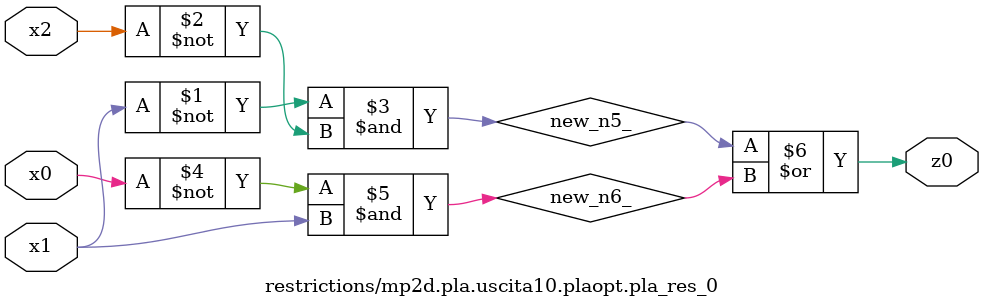
<source format=v>

module \restrictions/mp2d.pla.uscita10.plaopt.pla_res_0  ( 
    x0, x1, x2,
    z0  );
  input  x0, x1, x2;
  output z0;
  wire new_n5_, new_n6_;
  assign new_n5_ = ~x1 & ~x2;
  assign new_n6_ = ~x0 & x1;
  assign z0 = new_n5_ | new_n6_;
endmodule



</source>
